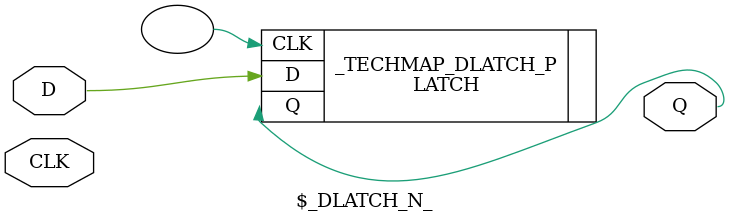
<source format=v>
module \$_DLATCH_N_ (input CLK, input D, output Q);
  LATCH _TECHMAP_DLATCH_P (
    .D(D),
    .Q(Q),
    .CLK()
  );
endmodule
</source>
